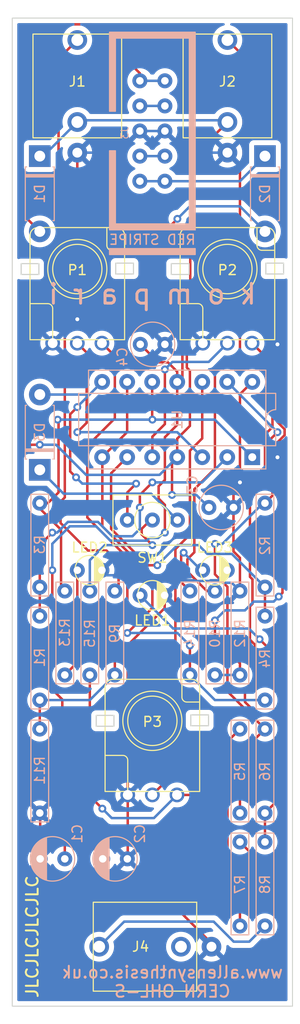
<source format=kicad_pcb>
(kicad_pcb (version 20211014) (generator pcbnew)
  (layers (0 "F.Cu" signal) (31 "B.Cu" signal) (34 "B.Paste" user) (35 "F.Paste" user) (36 "B.SilkS" user "B.Silkscreen") (37 "F.SilkS" user "F.Silkscreen") (38 "B.Mask" user) (39 "F.Mask" user) (44 "Edge.Cuts" user))
  (net 0 "")
  (net 1 "+12V")
  (net 2 "Earth")
  (net 3 "-12V")
  (net 4 "Net-(D1-Pad1)")
  (net 5 "Net-(D2-Pad2)")
  (net 6 "Net-(D3-Pad1)")
  (net 7 "Net-(D3-Pad2)")
  (net 8 "Net-(J1-Pad3)")
  (net 9 "Net-(J2-Pad3)")
  (net 10 "Net-(J3-Pad3)")
  (net 11 "Net-(J3-Pad7)")
  (net 13 "Net-(J4-Pad3)")
  (net 14 "Net-(P1-Pad2)")
  (net 15 "Net-(P2-Pad2)")
  (net 16 "Net-(P3-Pad2)")
  (net 17 "Net-(R1-Pad2)")
  (net 18 "Net-(R2-Pad2)")
  (net 19 "Net-(LED1-Pad1)")
  (net 20 "Net-(R13-Pad2)")
  (net 21 "Net-(R5-Pad2)")
  (net 22 "Net-(R6-Pad2)")
  (net 23 "Net-(R14-Pad2)")
  (net 24 "Net-(R15-Pad1)")
  (net 25 "Net-(LED2-Pad1)")
  (net 26 "Net-(LED3-Pad1)")
  (net 27 "Net-(P1-Pad3)")
  (net 28 "Net-(P2-Pad3)")
  (net 29 "Net-(P3-Pad3)")
  (footprint "Eurorack:Thonkiconn Mono Jack" (layer "F.Cu") (at 7.62 7.62 90)
    (fp_text reference "J1" (at 1.2 0 unlocked) (layer "F.SilkS"))
    (fp_text value "Thonkiconn_Mono_Jack")
    (pad "1" thru_hole circle (at -6 0 90) (size 2 2) (drill 1) (layers *.Cu *.Mask) (net 2 "Earth"))
    (pad "2" thru_hole circle (at -2.9 0 90) (size 2 2) (drill 1.2) (layers *.Cu *.Mask) (net 1 "+12V"))
    (pad "3" thru_hole circle (at 5.4 0 90) (size 2 2) (drill 1.2) (layers *.Cu *.Mask) (net 8 "Net-(J1-Pad3)"))
  )
  (footprint "Eurorack:Sub-Miniature Toggle Switch SPDT" (layer "F.Cu") (at 15.24 50.8)
    (fp_text reference "SW1" (at 0 3.81 unlocked) (layer "F.SilkS"))
    (fp_text value "SW_SPDT")
    (pad "1" thru_hole circle (at 2.54 0) (size 1.524 1.524) (drill 0.762) (layers *.Cu *.Mask) (net 7 "Net-(D3-Pad2)"))
    (pad "2" thru_hole circle (at 0 0) (size 1.524 1.524) (drill 0.762) (layers *.Cu *.Mask) (net 24 "Net-(R15-Pad1)"))
    (pad "3" thru_hole circle (at -2.54 0) (size 1.524 1.524) (drill 0.762) (layers *.Cu *.Mask) (net 6 "Net-(D3-Pad1)"))
  )
  (footprint "Eurorack:LED 3mm" (layer "F.Cu") (at 21.59 55.88)
    (fp_text reference "LED3" (at 0 -2.3 unlocked) (layer "F.SilkS"))
    (fp_text value "LED_Dual_Bidirectional")
    (pad "1" thru_hole circle (at -1.25 0) (size 1.524 1.524) (drill 0.762) (layers *.Cu *.Mask) (net 26 "Net-(LED3-Pad1)"))
    (pad "2" thru_hole circle (at 1.25 0) (size 1.524 1.524) (drill 0.762) (layers *.Cu *.Mask) (net 2 "Earth"))
  )
  (footprint "Eurorack:LED 3mm" (layer "F.Cu") (at 15.24 58.42)
    (fp_text reference "LED1" (at 0 2.54 unlocked) (layer "F.SilkS"))
    (fp_text value "LED_Dual_Bidirectional")
    (pad "1" thru_hole circle (at -1.25 0) (size 1.524 1.524) (drill 0.762) (layers *.Cu *.Mask) (net 19 "Net-(LED1-Pad1)"))
    (pad "2" thru_hole circle (at 1.25 0) (size 1.524 1.524) (drill 0.762) (layers *.Cu *.Mask) (net 2 "Earth"))
  )
  (footprint "Eurorack:Thonkiconn Mono Jack" (layer "F.Cu") (at 22.86 7.62 90)
    (fp_text reference "J2" (at 1.2 0 unlocked) (layer "F.SilkS"))
    (fp_text value "Thonkiconn_Mono_Jack")
    (pad "1" thru_hole circle (at -6 0 90) (size 2 2) (drill 1) (layers *.Cu *.Mask) (net 2 "Earth"))
    (pad "2" thru_hole circle (at -2.9 0 90) (size 2 2) (drill 1.2) (layers *.Cu *.Mask) (net 1 "+12V"))
    (pad "3" thru_hole circle (at 5.4 0 90) (size 2 2) (drill 1.2) (layers *.Cu *.Mask) (net 9 "Net-(J2-Pad3)"))
  )
  (footprint "Eurorack:Potentiometer 9mm Vertical Linear Centred" (layer "F.Cu") (at 22.86 25.4)
    (fp_text reference "P2" (at 0 0.1 unlocked) (layer "F.SilkS"))
    (fp_text value "100K")
    (fp_rect (start -5.7 0.55) (end -3.9 -0.55) (layer "Edge.Cuts") (width 0.12) (fill none))
    (fp_rect (start 3.9 0.5) (end 5.7 -0.6) (layer "Edge.Cuts") (width 0.12) (fill none))
    (pad "1" thru_hole circle (at -2.5 7.5) (size 1.5 1.5) (drill 1) (layers *.Cu *.Mask) (net 2 "Earth"))
    (pad "2" thru_hole circle (at 0 7.5) (size 1.5 1.5) (drill 1) (layers *.Cu *.Mask) (net 15 "Net-(P2-Pad2)"))
    (pad "3" thru_hole circle (at 2.5 7.5) (size 1.5 1.5) (drill 1) (layers *.Cu *.Mask) (net 28 "Net-(P2-Pad3)"))
  )
  (footprint "Eurorack:LED 3mm" (layer "F.Cu") (at 8.87 55.88)
    (fp_text reference "LED2" (at 0 -2.3 unlocked) (layer "F.SilkS"))
    (fp_text value "LED_Dual_Bidirectional")
    (pad "1" thru_hole circle (at -1.25 0) (size 1.524 1.524) (drill 0.762) (layers *.Cu *.Mask) (net 25 "Net-(LED2-Pad1)"))
    (pad "2" thru_hole circle (at 1.25 0) (size 1.524 1.524) (drill 0.762) (layers *.Cu *.Mask) (net 2 "Earth"))
  )
  (footprint "Eurorack:Thonkiconn Mono Jack" (layer "F.Cu") (at 15.24 93.98 180)
    (fp_text reference "J4" (at 1.2 0 unlocked) (layer "F.SilkS"))
    (fp_text value "Thonkiconn_Mono_Jack")
    (pad "1" thru_hole circle (at -6 0 180) (size 2 2) (drill 1) (layers *.Cu *.Mask) (net 2 "Earth"))
    (pad "2" thru_hole circle (at -2.9 0 180) (size 2 2) (drill 1.2) (layers *.Cu *.Mask))
    (pad "3" thru_hole circle (at 5.4 0 180) (size 2 2) (drill 1.2) (layers *.Cu *.Mask) (net 13 "Net-(J4-Pad3)"))
  )
  (footprint "Eurorack:Potentiometer 9mm Vertical Linear Centred" (layer "F.Cu") (at 7.62 25.4)
    (fp_text reference "P1" (at 0 0.1 unlocked) (layer "F.SilkS"))
    (fp_text value "100K")
    (fp_rect (start -5.7 0.55) (end -3.9 -0.55) (layer "Edge.Cuts") (width 0.12) (fill none))
    (fp_rect (start 3.9 0.5) (end 5.7 -0.6) (layer "Edge.Cuts") (width 0.12) (fill none))
    (pad "1" thru_hole circle (at -2.5 7.5) (size 1.5 1.5) (drill 1) (layers *.Cu *.Mask) (net 2 "Earth"))
    (pad "2" thru_hole circle (at 0 7.5) (size 1.5 1.5) (drill 1) (layers *.Cu *.Mask) (net 14 "Net-(P1-Pad2)"))
    (pad "3" thru_hole circle (at 2.5 7.5) (size 1.5 1.5) (drill 1) (layers *.Cu *.Mask) (net 27 "Net-(P1-Pad3)"))
  )
  (footprint "Eurorack:Potentiometer 9mm Vertical Linear Centred" (layer "F.Cu") (at 15.24 71.12)
    (fp_text reference "P3" (at 0 0.1 unlocked) (layer "F.SilkS"))
    (fp_text value "100K")
    (fp_rect (start -5.7 0.55) (end -3.9 -0.55) (layer "Edge.Cuts") (width 0.12) (fill none))
    (fp_rect (start 3.9 0.5) (end 5.7 -0.6) (layer "Edge.Cuts") (width 0.12) (fill none))
    (pad "1" thru_hole circle (at -2.5 7.5) (size 1.5 1.5) (drill 1) (layers *.Cu *.Mask) (net 2 "Earth"))
    (pad "2" thru_hole circle (at 0 7.5) (size 1.5 1.5) (drill 1) (layers *.Cu *.Mask) (net 16 "Net-(P3-Pad2)"))
    (pad "3" thru_hole circle (at 2.5 7.5) (size 1.5 1.5) (drill 1) (layers *.Cu *.Mask) (net 29 "Net-(P3-Pad3)"))
  )
  (footprint "Eurorack:Capacitor Small Polarised" (layer "B.Cu") (at 6.35 85.09 180)
    (fp_text reference "C1" (at -1.27 2.54 90 unlocked) (layer "B.SilkS") (effects (justify mirror)))
    (fp_text value "10u")
    (pad "1" thru_hole circle (at 0 0 180) (size 1.524 1.524) (drill 0.762) (layers *.Cu *.Mask) (net 1 "+12V"))
    (pad "2" thru_hole circle (at 2.5 0 180) (size 1.524 1.524) (drill 0.762) (layers *.Cu *.Mask) (net 2 "Earth"))
  )
  (footprint "Eurorack:Resistor 0.25W Through-Hole" (layer "B.Cu") (at 3.81 76.2 90)
    (fp_text reference "R11" (at 0.05 0 90 unlocked) (layer "B.SilkS") (effects (justify mirror)))
    (fp_text value "100K")
    (pad "1" thru_hole circle (at -4.25 0 90) (size 1.524 1.524) (drill 0.762) (layers *.Cu *.Mask) (net 2 "Earth"))
    (pad "2" thru_hole circle (at 4.25 0 90) (size 1.524 1.524) (drill 0.762) (layers *.Cu *.Mask) (net 27 "Net-(P1-Pad3)"))
  )
  (footprint "Eurorack:Resistor 0.25W Through-Hole" (layer "B.Cu") (at 21.59 62.23 -90)
    (fp_text reference "R10" (at 0.05 0 90 unlocked) (layer "B.SilkS") (effects (justify mirror)))
    (fp_text value "100K")
    (pad "1" thru_hole circle (at -4.25 0 270) (size 1.524 1.524) (drill 0.762) (layers *.Cu *.Mask) (net 9 "Net-(J2-Pad3)"))
    (pad "2" thru_hole circle (at 4.25 0 270) (size 1.524 1.524) (drill 0.762) (layers *.Cu *.Mask) (net 28 "Net-(P2-Pad3)"))
  )
  (footprint "Eurorack:Resistor 0.25W Through-Hole" (layer "B.Cu") (at 24.13 62.23 -90)
    (fp_text reference "R12" (at 0.05 0 90 unlocked) (layer "B.SilkS") (effects (justify mirror)))
    (fp_text value "100K")
    (pad "1" thru_hole circle (at -4.25 0 270) (size 1.524 1.524) (drill 0.762) (layers *.Cu *.Mask) (net 2 "Earth"))
    (pad "2" thru_hole circle (at 4.25 0 270) (size 1.524 1.524) (drill 0.762) (layers *.Cu *.Mask) (net 28 "Net-(P2-Pad3)"))
  )
  (footprint "Eurorack:Capacitor Small Non-Polarised" (layer "B.Cu") (at 16.51 33.02 180)
    (fp_text reference "C4" (at 4.318 -1.27 90 unlocked) (layer "B.SilkS") (effects (justify mirror)))
    (fp_text value "100n")
    (pad "1" thru_hole circle (at 0 0 180) (size 1.524 1.524) (drill 0.762) (layers *.Cu *.Mask) (net 2 "Earth"))
    (pad "2" thru_hole circle (at 2.5 0 180) (size 1.524 1.524) (drill 0.762) (layers *.Cu *.Mask) (net 3 "-12V"))
  )
  (footprint "Eurorack:Resistor 0.25W Through-Hole" (layer "B.Cu") (at 26.67 87.63 -90)
    (fp_text reference "R8" (at 0.05 0 90 unlocked) (layer "B.SilkS") (effects (justify mirror)))
    (fp_text value "1K")
    (pad "1" thru_hole circle (at -4.25 0 270) (size 1.524 1.524) (drill 0.762) (layers *.Cu *.Mask) (net 22 "Net-(R6-Pad2)"))
    (pad "2" thru_hole circle (at 4.25 0 270) (size 1.524 1.524) (drill 0.762) (layers *.Cu *.Mask) (net 13 "Net-(J4-Pad3)"))
  )
  (footprint "Eurorack:Capacitor Small Non-Polarised" (layer "B.Cu") (at 20.975 49.53)
    (fp_text reference "C3" (at -1.671 -2.286 90 unlocked) (layer "B.SilkS") (effects (justify mirror)))
    (fp_text value "100n")
    (pad "1" thru_hole circle (at 0 0) (size 1.524 1.524) (drill 0.762) (layers *.Cu *.Mask) (net 1 "+12V"))
    (pad "2" thru_hole circle (at 2.5 0) (size 1.524 1.524) (drill 0.762) (layers *.Cu *.Mask) (net 2 "Earth"))
  )
  (footprint "Eurorack:Resistor 0.25W Through-Hole" (layer "B.Cu") (at 26.67 76.2 -90)
    (fp_text reference "R6" (at 0.05 0 90 unlocked) (layer "B.SilkS") (effects (justify mirror)))
    (fp_text value "100K")
    (pad "1" thru_hole circle (at -4.25 0 270) (size 1.524 1.524) (drill 0.762) (layers *.Cu *.Mask) (net 21 "Net-(R5-Pad2)"))
    (pad "2" thru_hole circle (at 4.25 0 270) (size 1.524 1.524) (drill 0.762) (layers *.Cu *.Mask) (net 22 "Net-(R6-Pad2)"))
  )
  (footprint "Eurorack:Schottky Diode" (layer "B.Cu") (at 3.81 45.72 90)
    (fp_text reference "D3" (at 3.81 0 270) (layer "B.SilkS") (effects (justify mirror)))
    (fp_text value "DIODE")
    (pad "1" thru_hole oval (at 7.62 0 90) (size 2.2 2.2) (drill 1.1) (layers *.Cu *.Mask) (net 6 "Net-(D3-Pad1)"))
    (pad "2" thru_hole rect (at 0 0 90) (size 2.2 2.2) (drill 1.1) (layers *.Cu *.Mask) (net 7 "Net-(D3-Pad2)"))
  )
  (footprint "Eurorack:Resistor 0.25W Through-Hole" (layer "B.Cu") (at 3.81 53.34 90)
    (fp_text reference "R3" (at 0.05 0 90 unlocked) (layer "B.SilkS") (effects (justify mirror)))
    (fp_text value "100K")
    (pad "1" thru_hole circle (at -4.25 0 90) (size 1.524 1.524) (drill 0.762) (layers *.Cu *.Mask) (net 17 "Net-(R1-Pad2)"))
    (pad "2" thru_hole circle (at 4.25 0 90) (size 1.524 1.524) (drill 0.762) (layers *.Cu *.Mask) (net 20 "Net-(R13-Pad2)"))
  )
  (footprint "Eurorack:Resistor 0.25W Through-Hole" (layer "B.Cu") (at 26.67 64.77 -90)
    (fp_text reference "R4" (at 0.05 0 90 unlocked) (layer "B.SilkS") (effects (justify mirror)))
    (fp_text value "100K")
    (pad "1" thru_hole circle (at -4.25 0 270) (size 1.524 1.524) (drill 0.762) (layers *.Cu *.Mask) (net 18 "Net-(R2-Pad2)"))
    (pad "2" thru_hole circle (at 4.25 0 270) (size 1.524 1.524) (drill 0.762) (layers *.Cu *.Mask) (net 23 "Net-(R14-Pad2)"))
  )
  (footprint "Eurorack:Resistor 0.25W Through-Hole" (layer "B.Cu") (at 11.43 62.23 -90)
    (fp_text reference "R9" (at 0.05 0 90 unlocked) (layer "B.SilkS") (effects (justify mirror)))
    (fp_text value "100K")
    (pad "1" thru_hole circle (at -4.25 0 270) (size 1.524 1.524) (drill 0.762) (layers *.Cu *.Mask) (net 8 "Net-(J1-Pad3)"))
    (pad "2" thru_hole circle (at 4.25 0 270) (size 1.524 1.524) (drill 0.762) (layers *.Cu *.Mask) (net 27 "Net-(P1-Pad3)"))
  )
  (footprint "Eurorack:Resistor 0.25W Through-Hole" (layer "B.Cu") (at 24.13 76.2 -90)
    (fp_text reference "R5" (at 0.05 0 90 unlocked) (layer "B.SilkS") (effects (justify mirror)))
    (fp_text value "100K")
    (pad "1" thru_hole circle (at -4.25 0 270) (size 1.524 1.524) (drill 0.762) (layers *.Cu *.Mask) (net 29 "Net-(P3-Pad3)"))
    (pad "2" thru_hole circle (at 4.25 0 270) (size 1.524 1.524) (drill 0.762) (layers *.Cu *.Mask) (net 21 "Net-(R5-Pad2)"))
  )
  (footprint "Eurorack:Resistor 0.25W Through-Hole" (layer "B.Cu") (at 26.67 53.34 -90)
    (fp_text reference "R2" (at 0.05 0 90 unlocked) (layer "B.SilkS") (effects (justify mirror)))
    (fp_text value "100K")
    (pad "1" thru_hole circle (at -4.25 0 270) (size 1.524 1.524) (drill 0.762) (layers *.Cu *.Mask) (net 28 "Net-(P2-Pad3)"))
    (pad "2" thru_hole circle (at 4.25 0 270) (size 1.524 1.524) (drill 0.762) (layers *.Cu *.Mask) (net 18 "Net-(R2-Pad2)"))
  )
  (footprint "Eurorack:Resistor 0.25W Through-Hole" (layer "B.Cu") (at 19.05 62.23 -90)
    (fp_text reference "R14" (at 0.05 0 90 unlocked) (layer "B.SilkS") (effects (justify mirror)))
    (fp_text value "1K")
    (pad "1" thru_hole circle (at -4.25 0 270) (size 1.524 1.524) (drill 0.762) (layers *.Cu *.Mask) (net 26 "Net-(LED3-Pad1)"))
    (pad "2" thru_hole circle (at 4.25 0 270) (size 1.524 1.524) (drill 0.762) (layers *.Cu *.Mask) (net 23 "Net-(R14-Pad2)"))
  )
  (footprint "Eurorack:Eurorack Power Header" (layer "B.Cu") (at 15.24 11.43 -90)
    (fp_text reference "J3" (at 0.2 2.8 90 unlocked) (layer "B.SilkS") (effects (font (size 0.75 0.75) (thickness 0.1)) (justify mirror)))
    (fp_text value "Conn_02x05_Odd_Even")
    (fp_text user "RED STRIPE" (at 11 0 unlocked) (layer "B.SilkS") (effects (justify mirror)))
    (pad "1" thru_hole circle (at 5.08 1.27 270) (size 1.524 1.524) (drill 0.762) (layers *.Cu *.Mask) (net 5 "Net-(D2-Pad2)"))
    (pad "2" thru_hole circle (at 5.08 -1.27 270) (size 1.524 1.524) (drill 0.762) (layers *.Cu *.Mask) (net 5 "Net-(D2-Pad2)"))
    (pad "3" thru_hole circle (at 2.54 1.27 270) (size 1.524 1.524) (drill 0.762) (layers *.Cu *.Mask) (net 10 "Net-(J3-Pad3)"))
    (pad "4" thru_hole circle (at 2.54 -1.27 270) (size 1.524 1.524) (drill 0.762) (layers *.Cu *.Mask) (net 10 "Net-(J3-Pad3)"))
    (pad "5" thru_hole circle (at 0 1.27 270) (size 1.524 1.524) (drill 0.762) (layers *.Cu *.Mask) (net 2 "Earth"))
    (pad "6" thru_hole circle (at 0 -1.27 270) (size 1.524 1.524) (drill 0.762) (layers *.Cu *.Mask) (net 2 "Earth"))
    (pad "7" thru_hole circle (at -2.54 1.27 270) (size 1.524 1.524) (drill 0.762) (layers *.Cu *.Mask) (net 11 "Net-(J3-Pad7)"))
    (pad "8" thru_hole circle (at -2.54 -1.27 270) (size 1.524 1.524) (drill 0.762) (layers *.Cu *.Mask) (net 11 "Net-(J3-Pad7)"))
    (pad "9" thru_hole circle (at -5.08 1.27 270) (size 1.524 1.524) (drill 0.762) (layers *.Cu *.Mask) (net 4 "Net-(D1-Pad1)"))
    (pad "10" thru_hole circle (at -5.08 -1.27 270) (size 1.524 1.524) (drill 0.762) (layers *.Cu *.Mask) (net 4 "Net-(D1-Pad1)"))
  )
  (footprint "Eurorack:Resistor 0.25W Through-Hole" (layer "B.Cu") (at 3.81 64.77 90)
    (fp_text reference "R1" (at 0.05 0 90 unlocked) (layer "B.SilkS") (effects (justify mirror)))
    (fp_text value "100K")
    (pad "1" thru_hole circle (at -4.25 0 90) (size 1.524 1.524) (drill 0.762) (layers *.Cu *.Mask) (net 27 "Net-(P1-Pad3)"))
    (pad "2" thru_hole circle (at 4.25 0 90) (size 1.524 1.524) (drill 0.762) (layers *.Cu *.Mask) (net 17 "Net-(R1-Pad2)"))
  )
  (footprint "Eurorack:Schottky Diode" (layer "B.Cu") (at 3.81 13.97 -90)
    (fp_text reference "D1" (at 3.81 0 90) (layer "B.SilkS") (effects (justify mirror)))
    (fp_text value "DIODE")
    (pad "1" thru_hole oval (at 7.62 0 270) (size 2.2 2.2) (drill 1.1) (layers *.Cu *.Mask) (net 4 "Net-(D1-Pad1)"))
    (pad "2" thru_hole rect (at 0 0 270) (size 2.2 2.2) (drill 1.1) (layers *.Cu *.Mask) (net 1 "+12V"))
  )
  (footprint "Eurorack:Capacitor Small Polarised" (layer "B.Cu") (at 12.7 85.09 180)
    (fp_text reference "C2" (at -1.27 2.54 90 unlocked) (layer "B.SilkS") (effects (justify mirror)))
    (fp_text value "10u")
    (pad "1" thru_hole circle (at 0 0 180) (size 1.524 1.524) (drill 0.762) (layers *.Cu *.Mask) (net 2 "Earth"))
    (pad "2" thru_hole circle (at 2.5 0 180) (size 1.524 1.524) (drill 0.762) (layers *.Cu *.Mask) (net 3 "-12V"))
  )
  (footprint "Eurorack:Resistor 0.25W Through-Hole" (layer "B.Cu") (at 8.89 62.23 -90)
    (fp_text reference "R15" (at 0.05 0 90 unlocked) (layer "B.SilkS") (effects (justify mirror)))
    (fp_text value "1K")
    (pad "1" thru_hole circle (at -4.25 0 270) (size 1.524 1.524) (drill 0.762) (layers *.Cu *.Mask) (net 24 "Net-(R15-Pad1)"))
    (pad "2" thru_hole circle (at 4.25 0 270) (size 1.524 1.524) (drill 0.762) (layers *.Cu *.Mask) (net 29 "Net-(P3-Pad3)"))
  )
  (footprint "Eurorack:DIP-14 IC Socket" (layer "B.Cu") (at 17.78 40.64 90)
    (fp_text reference "U1" (at 0 0 270) (layer "B.SilkS") (effects (justify mirror)))
    (fp_text value "TL074")
    (pad "1" thru_hole rect (at -3.8 7.6 90) (size 1.6 1.6) (drill 0.8) (layers *.Cu *.Mask) (net 20 "Net-(R13-Pad2)"))
    (pad "2" thru_hole oval (at -3.8 5.06 90) (size 1.6 1.6) (drill 0.8) (layers *.Cu *.Mask) (net 17 "Net-(R1-Pad2)"))
    (pad "3" thru_hole oval (at -3.8 2.52 90) (size 1.6 1.6) (drill 0.8) (layers *.Cu *.Mask) (net 14 "Net-(P1-Pad2)"))
    (pad "4" thru_hole oval (at -3.8 -0.02 90) (size 1.6 1.6) (drill 0.8) (layers *.Cu *.Mask) (net 1 "+12V"))
    (pad "5" thru_hole oval (at -3.8 -2.56 90) (size 1.6 1.6) (drill 0.8) (layers *.Cu *.Mask) (net 15 "Net-(P2-Pad2)"))
    (pad "6" thru_hole oval (at -3.8 -5.1 90) (size 1.6 1.6) (drill 0.8) (layers *.Cu *.Mask) (net 18 "Net-(R2-Pad2)"))
    (pad "7" thru_hole oval (at -3.8 -7.64 90) (size 1.6 1.6) (drill 0.8) (layers *.Cu *.Mask) (net 23 "Net-(R14-Pad2)"))
    (pad "8" thru_hole oval (at 3.82 -7.64 90) (size 1.6 1.6) (drill 0.8) (layers *.Cu *.Mask) (net 6 "Net-(D3-Pad1)"))
    (pad "9" thru_hole oval (at 3.82 -5.1 90) (size 1.6 1.6) (drill 0.8) (layers *.Cu *.Mask) (net 23 "Net-(R14-Pad2)"))
    (pad "10" thru_hole oval (at 3.82 -2.56 90) (size 1.6 1.6) (drill 0.8) (layers *.Cu *.Mask) (net 20 "Net-(R13-Pad2)"))
    (pad "11" thru_hole oval (at 3.82 -0.02 90) (size 1.6 1.6) (drill 0.8) (layers *.Cu *.Mask) (net 3 "-12V"))
    (pad "12" thru_hole oval (at 3.82 2.52 90) (size 1.6 1.6) (drill 0.8) (layers *.Cu *.Mask) (net 16 "Net-(P3-Pad2)"))
    (pad "13" thru_hole oval (at 3.82 5.06 90) (size 1.6 1.6) (drill 0.8) (layers *.Cu *.Mask) (net 21 "Net-(R5-Pad2)"))
    (pad "14" thru_hole oval (at 3.82 7.6 90) (size 1.6 1.6) (drill 0.8) (layers *.Cu *.Mask) (net 22 "Net-(R6-Pad2)"))
  )
  (footprint "Eurorack:Schottky Diode" (layer "B.Cu") (at 26.67 13.97 -90)
    (fp_text reference "D2" (at 3.81 0 90) (layer "B.SilkS") (effects (justify mirror)))
    (fp_text value "DIODE")
    (pad "1" thru_hole oval (at 7.62 0 270) (size 2.2 2.2) (drill 1.1) (layers *.Cu *.Mask) (net 3 "-12V"))
    (pad "2" thru_hole rect (at 0 0 270) (size 2.2 2.2) (drill 1.1) (layers *.Cu *.Mask) (net 5 "Net-(D2-Pad2)"))
  )
  (footprint "Eurorack:Resistor 0.25W Through-Hole" (layer "B.Cu") (at 6.35 62.23 90)
    (fp_text reference "R13" (at 0.05 0 90 unlocked) (layer "B.SilkS") (effects (justify mirror)))
    (fp_text value "1K")
    (pad "1" thru_hole circle (at -4.25 0 90) (size 1.524 1.524) (drill 0.762) (layers *.Cu *.Mask) (net 25 "Net-(LED2-Pad1)"))
    (pad "2" thru_hole circle (at 4.25 0 90) (size 1.524 1.524) (drill 0.762) (layers *.Cu *.Mask) (net 20 "Net-(R13-Pad2)"))
  )
  (footprint "Eurorack:Resistor 0.25W Through-Hole" (layer "B.Cu") (at 24.13 87.63 -90)
    (fp_text reference "R7" (at 0.05 0 90 unlocked) (layer "B.SilkS") (effects (justify mirror)))
    (fp_text value "4K7")
    (pad "1" thru_hole circle (at -4.25 0 270) (size 1.524 1.524) (drill 0.762) (layers *.Cu *.Mask) (net 19 "Net-(LED1-Pad1)"))
    (pad "2" thru_hole circle (at 4.25 0 270) (size 1.524 1.524) (drill 0.762) (layers *.Cu *.Mask) (net 29 "Net-(P3-Pad3)"))
  )
  (gr_rect (start 1.016 0) (end 29.464 100) (layer "Edge.Cuts") (width 0.1) (fill none))
  (gr_text "k o m p a r i" (at 15.24 27.94) (layer "B.SilkS") (effects (font (size 2 2) (thickness 0.3)) (justify mirror)))
  (gr_text "www.allensynthesis.co.uk\nCERN OHL-S" (at 17.272 97.536) (layer "B.SilkS") (effects (font (size 1.2 1.2) (thickness 0.2)) (justify mirror)))
  (gr_text "JLCJLCJLCJLC" (at 3.048 92.964 90) (layer "F.SilkS") (effects (font (size 1.2 1.2) (thickness 0.2))))
  (segment (start 19.05 41.275) (end 17.76 42.565) (width 0.25) (layer "F.Cu") (net 1))
  (segment (start 22.86 10.541) (end 19.085 14.316) (width 0.25) (layer "F.Cu") (net 1))
  (segment (start 17.76 42.565) (end 17.76 44.44) (width 0.25) (layer "F.Cu") (net 1))
  (segment (start 18.738 29.531604) (end 18.738 35.375) (width 0.25) (layer "F.Cu") (net 1))
  (segment (start 6.35 79.884396) (end 1.778 75.312396) (width 0.25) (layer "F.Cu") (net 1))
  (segment (start 1.778 44.323) (end 2.921 43.18) (width 0.25) (layer "F.Cu") (net 1))
  (segment (start 19.085 29.184604) (end 18.738 29.531604) (width 0.25) (layer "F.Cu") (net 1))
  (segment (start 17.2345 48.26) (end 17.2345 44.9655) (width 0.25) (layer "F.Cu") (net 1))
  (segment (start 22.86 10.52) (end 22.86 10.541) (width 0.25) (layer "F.Cu") (net 1))
  (segment (start 2.921 43.18) (end 3.81 43.18) (width 0.25) (layer "F.Cu") (net 1))
  (segment (start 18.738 35.375) (end 19.05 35.687) (width 0.25) (layer "F.Cu") (net 1))
  (segment (start 19.085 14.316) (end 19.085 29.184604) (width 0.25) (layer "F.Cu") (net 1))
  (segment (start 17.2345 44.9655) (end 17.76 44.44) (width 0.25) (layer "F.Cu") (net 1))
  (segment (start 19.05 35.687) (end 19.05 41.275) (width 0.25) (layer "F.Cu") (net 1))
  (segment (start 6.35 85.09) (end 6.35 79.884396) (width 0.25) (layer "F.Cu") (net 1))
  (segment (start 1.778 75.312396) (end 1.778 44.323) (width 0.25) (layer "F.Cu") (net 1))
  (via (at 3.81 43.18) (size 0.8) (drill 0.4) (layers "F.Cu" "B.Cu") (net 1))
  (via (at 17.2345 48.26) (size 0.8) (drill 0.4) (layers "F.Cu" "B.Cu") (net 1))
  (segment (start 7.796511 10.343489) (end 7.62 10.52) (width 0.25) (layer "B.Cu") (net 1))
  (segment (start 22.86 10.52) (end 22.683489 10.343489) (width 0.25) (layer "B.Cu") (net 1))
  (segment (start 4.17 13.97) (end 7.62 10.52) (width 0.25) (layer "B.Cu") (net 1))
  (segment (start 20.975 49.53) (end 19.705 48.26) (width 0.25) (layer "B.Cu") (net 1))
  (segment (start 8.509 46.228) (end 15.972 46.228) (width 0.25) (layer "B.Cu") (net 1))
  (segment (start 22.683489 10.343489) (end 7.796511 10.343489) (width 0.25) (layer "B.Cu") (net 1))
  (segment (start 3.81 13.97) (end 4.17 13.97) (width 0.25) (layer "B.Cu") (net 1))
  (segment (start 3.81 43.18) (end 5.461 43.18) (width 0.25) (layer "B.Cu") (net 1))
  (segment (start 19.705 48.26) (end 17.2345 48.26) (width 0.25) (layer "B.Cu") (net 1))
  (segment (start 5.461 43.18) (end 8.509 46.228) (width 0.25) (layer "B.Cu") (net 1))
  (segment (start 15.972 46.228) (end 17.76 44.44) (width 0.25) (layer "B.Cu") (net 1))
  (segment (start 27.94 44.45) (end 27.94 42.934614) (width 0.25) (layer "F.Cu") (net 2))
  (segment (start 21.24 93.98) (end 21.24 93.63) (width 0.25) (layer "F.Cu") (net 2))
  (segment (start 16.49 59.71) (end 16.49 58.42) (width 0.25) (layer "F.Cu") (net 2))
  (segment (start 27.94 40.885386) (end 27.94 33.02) (width 0.25) (layer "F.Cu") (net 2))
  (segment (start 24.13 54.63) (end 24.13 57.98) (width 0.25) (layer "F.Cu") (net 2))
  (segment (start 12.74 63.46) (end 16.49 59.71) (width 0.25) (layer "F.Cu") (net 2))
  (segment (start 28.664511 42.210103) (end 28.664511 41.609897) (width 0.25) (layer "F.Cu") (net 2))
  (segment (start 23.475 49.53) (end 23.475 47.645) (width 0.25) (layer "F.Cu") (net 2))
  (segment (start 12.74 85.05) (end 12.74 63.46) (width 0.25) (layer "F.Cu") (net 2))
  (segment (start 27.94 42.934614) (end 28.664511 42.210103) (width 0.25) (layer "F.Cu") (net 2))
  (segment (start 21.24 93.63) (end 12.7 85.09) (width 0.25) (layer "F.Cu") (net 2))
  (segment (start 3.85 80.49) (end 3.81 80.45) (width 0.25) (layer "F.Cu") (net 2))
  (segment (start 23.475 47.645) (end 24.13 46.99) (width 0.25) (layer "F.Cu") (net 2))
  (segment (start 23.475 49.53) (end 23.475 53.975) (width 0.25) (layer "F.Cu") (net 2))
  (segment (start 3.85 85.09) (end 3.85 80.49) (width 0.25) (layer "F.Cu") (net 2))
  (segment (start 28.664511 41.609897) (end 27.94 40.885386) (width 0.25) (layer "F.Cu") (net 2))
  (segment (start 7.62 30.48) (end 7.62 13.62) (width 0.25) (layer "F.Cu") (net 2))
  (segment (start 23.475 53.975) (end 24.13 54.63) (width 0.25) (layer "F.Cu") (net 2))
  (segment (start 12.7 85.09) (end 12.74 85.05) (width 0.25) (layer "F.Cu") (net 2))
  (via (at 7.62 30.48) (size 0.8) (drill 0.4) (layers "F.Cu" "B.Cu") (net 2))
  (via (at 24.13 46.99) (size 0.8) (drill 0.4) (layers "F.Cu" "B.Cu") (net 2))
  (via (at 27.94 33.02) (size 0.8) (drill 0.4) (layers "F.Cu" "B.Cu") (net 2))
  (via (at 27.94 44.45) (size 0.8) (drill 0.4) (layers "F.Cu" "B.Cu") (net 2))
  (segment (start 5.755 86.995) (end 10.795 86.995) (width 0.25) (layer "B.Cu") (net 2))
  (segment (start 26.289 31.369) (end 21.891 31.369) (width 0.25) (layer "B.Cu") (net 2))
  (segment (start 19.573071 56.966511) (end 21.066929 56.966511) (width 0.25) (layer "B.Cu") (net 2))
  (segment (start 14.857625 31.367625) (end 18.827625 31.367625) (width 0.25) (layer "B.Cu") (net 2))
  (segment (start 21.139951 56.893489) (end 22.040049 56.893489) (width 0.25) (layer "B.Cu") (net 2))
  (segment (start 11.78 13.62) (end 13.97 11.43) (width 0.25) (layer "B.Cu") (net 2))
  (segment (start 22.29656 57.15) (end 23.3 57.15) (width 0.25) (layer "B.Cu") (net 2))
  (segment (start 25.079022 46.99) (end 27.619022 44.45) (width 0.25) (layer "B.Cu") (net 2))
  (segment (start 10.795 86.995) (end 12.7 85.09) (width 0.25) (layer "B.Cu") (net 2))
  (segment (start 23.3 57.15) (end 24.13 57.98) (width 0.25) (layer "B.Cu") (net 2))
  (segment (start 18.036511 56.893489) (end 18.793489 56.893489) (width 0.25) (layer "B.Cu") (net 2))
  (segment (start 22.84 55.88) (end 22.040049 56.679951) (width 0.25) (layer "B.Cu") (net 2))
  (segment (start 19.500049 56.893489) (end 19.573071 56.966511) (width 0.25) (layer "B.Cu") (net 2))
  (segment (start 17.018001 56.388001) (end 17.78 57.15) (width 0.25) (layer "B.Cu") (net 2))
  (segment (start 3.85 85.09) (end 5.755 86.995) (width 0.25) (layer "B.Cu") (net 2))
  (segment (start 8.507625 31.367625) (end 14.857625 31.367625) (width 0.25) (layer "B.Cu") (net 2))
  (segment (start 22.040049 56.893489) (end 22.29656 57.15) (width 0.25) (layer "B.Cu") (net 2))
  (segment (start 22.040049 56.679951) (end 22.040049 56.893489) (width 0.25) (layer "B.Cu") (net 2))
  (segment (start 10.628001 56.388001) (end 17.018001 56.388001) (width 0.25) (layer "B.Cu") (net 2))
  (segment (start 13.97 11.43) (end 16.51 11.43) (width 0.25) (layer "B.Cu") (net 2))
  (segment (start 16.49 58.42) (end 18.016511 56.893489) (width 0.25) (layer "B.Cu") (net 2))
  (segment (start 7.62 30.48) (end 8.507625 31.367625) (width 0.25) (layer "B.Cu") (net 2))
  (segment (start 24.13 46.99) (end 25.079022 46.99) (width 0.25) (layer "B.Cu") (net 2))
  (segment (start 21.066929 56.966511) (end 21.139951 56.893489) (width 0.25) (layer "B.Cu") (net 2))
  (segment (start 7.54 30.48) (end 5.12 32.9) (width 0.25) (layer "B.Cu") (net 2))
  (segment (start 18.016511 56.893489) (end 18.793489 56.893489) (width 0.25) (layer "B.Cu") (net 2))
  (segment (start 18.793489 56.893489) (end 19.500049 56.893489) (width 0.25) (layer "B.Cu") (net 2))
  (segment (start 16.51 33.02) (end 14.857625 31.367625) (width 0.25) (layer "B.Cu") (net 2))
  (segment (start 21.891 31.369) (end 20.36 32.9) (width 0.25) (layer "B.Cu") (net 2))
  (segment (start 10.12 55.88) (end 10.628001 56.388001) (width 0.25) (layer "B.Cu") (net 2))
  (segment (start 18.7 13.62) (end 16.51 11.43) (width 0.25) (layer "B.Cu") (net 2))
  (segment (start 27.619022 44.45) (end 27.94 44.45) (width 0.25) (layer "B.Cu") (net 2))
  (segment (start 7.62 13.62) (end 11.78 13.62) (width 0.25) (layer "B.Cu") (net 2))
  (segment (start 27.94 33.02) (end 26.289 31.369) (width 0.25) (layer "B.Cu") (net 2))
  (segment (start 7.62 30.48) (end 7.54 30.48) (width 0.25) (layer "B.Cu") (net 2))
  (segment (start 18.827625 31.367625) (end 20.36 32.9) (width 0.25) (layer "B.Cu") (net 2))
  (segment (start 22.86 13.62) (end 18.7 13.62) (width 0.25) (layer "B.Cu") (net 2))
  (segment (start 17.78 57.15) (end 18.036511 56.893489) (width 0.25) (layer "B.Cu") (net 2))
  (segment (start 16.51 42.418) (end 17.76 41.168) (width 0.25) (layer "F.Cu") (net 3))
  (segment (start 15.875 48.62844) (end 15.875 47.379614) (width 0.25) (layer "F.Cu") (net 3))
  (segment (start 5.08 58.928) (end 5.842 59.69) (width 0.25) (layer "F.Cu") (net 3))
  (segment (start 6.096 68.961) (end 6.096 78.994) (width 0.25) (layer "F.Cu") (net 3))
  (segment (start 5.842 59.69) (end 5.842 61.087) (width 0.25) (layer "F.Cu") (net 3))
  (segment (start 16.51 21.59) (end 17.78 20.32) (width 0.25) (layer "F.Cu") (net 3))
  (segment (start 16.51 27.94) (end 16.51 21.59) (width 0.25) (layer "F.Cu") (net 3))
  (segment (start 18.288 29.718) (end 16.51 27.94) (width 0.25) (layer "F.Cu") (net 3))
  (segment (start 16.51 49.26344) (end 15.875 48.62844) (width 0.25) (layer "F.Cu") (net 3))
  (segment (start 16.51 46.744614) (end 16.51 42.418) (width 0.25) (layer "F.Cu") (net 3))
  (segment (start 5.842 61.087) (end 4.191 62.738) (width 0.25) (layer "F.Cu") (net 3))
  (segment (start 18.288 36.292) (end 18.288 29.718) (width 0.25) (layer "F.Cu") (net 3))
  (segment (start 16.810794 34.835489) (end 17.76 35.784695) (width 0.25) (layer "F.Cu") (net 3))
  (segment (start 15.875 47.379614) (end 16.51 46.744614) (width 0.25) (layer "F.Cu") (net 3))
  (segment (start 14.01 33.02) (end 15.825489 34.835489) (width 0.25) (layer "F.Cu") (net 3))
  (segment (start 4.191 62.738) (end 4.191 67.056) (width 0.25) (layer "F.Cu") (net 3))
  (segment (start 4.191 67.056) (end 6.096 68.961) (width 0.25) (layer "F.Cu") (net 3))
  (segment (start 17.76 41.168) (end 17.76 36.82) (width 0.25) (layer "F.Cu") (net 3))
  (segment (start 17.76 36.82) (end 18.288 36.292) (width 0.25) (layer "F.Cu") (net 3))
  (segment (start 17.76 35.784695) (end 17.76 36.82) (width 0.25) (layer "F.Cu") (net 3))
  (segment (start 10.2 83.098) (end 10.2 85.09) (width 0.25) (layer "F.Cu") (net 3))
  (segment (start 5.08 55.88) (end 5.08 58.928) (width 0.25) (layer "F.Cu") (net 3))
  (segment (start 16.51 52.07) (end 16.51 49.26344) (width 0.25) (layer "F.Cu") (net 3))
  (segment (start 6.096 78.994) (end 10.2 83.098) (width 0.25) (layer "F.Cu") (net 3))
  (segment (start 15.825489 34.835489) (end 16.810794 34.835489) (width 0.25) (layer "F.Cu") (net 3))
  (via (at 5.08 55.88) (size 0.8) (drill 0.4) (layers "F.Cu" "B.Cu") (net 3))
  (via (at 17.78 20.32) (size 0.8) (drill 0.4) (layers "F.Cu" "B.Cu") (net 3))
  (via (at 16.51 52.07) (size 0.8) (drill 0.4) (layers "F.Cu" "B.Cu") (net 3))
  (segment (start 14.939695 52.615) (end 14.664215 52.89048) (width 0.25) (layer "B.Cu") (net 3))
  (segment (start 19.05 19.05) (end 24.13 19.05) (width 0.25) (layer "B.Cu") (net 3))
  (segment (start 16.383 52.07) (end 15.838 52.615) (width 0.25) (layer "B.Cu") (net 3))
  (segment (start 17.78 20.32) (end 19.05 19.05) (width 0.25) (layer "B.Cu") (net 3))
  (segment (start 14.664215 52.89048) (end 10.98048 52.89048) (width 0.25) (layer "B.Cu") (net 3))
  (segment (start 6.85172 51.435) (end 5.08 53.20672) (width 0.25) (layer "B.Cu") (net 3))
  (segment (start 24.13 19.05) (end 26.67 21.59) (width 0.25) (layer "B.Cu") (net 3))
  (segment (start 5.08 53.20672) (end 5.08 55.88) (width 0.25) (layer "B.Cu") (net 3))
  (segment (start 16.51 52.07) (end 16.383 52.07) (width 0.25) (layer "B.Cu") (net 3))
  (segment (start 15.838 52.615) (end 14.939695 52.615) (width 0.25) (layer "B.Cu") (net 3))
  (segment (start 10.98048 52.89048) (end 9.525 51.435) (width 0.25) (layer "B.Cu") (net 3))
  (segment (start 9.525 51.435) (end 6.85172 51.435) (width 0.25) (layer "B.Cu") (net 3))
  (segment (start 9.017 0.635) (end 13.97 5.588) (width 0.25) (layer "F.Cu") (net 4))
  (segment (start 13.97 5.588) (end 13.97 6.35) (width 0.25) (layer "F.Cu") (net 4))
  (segment (start 1.778 19.558) (end 1.778 5.334) (width 0.25) (layer "F.Cu") (net 4))
  (segment (start 3.81 21.59) (end 1.778 19.558) (width 0.25) (layer "F.Cu") (net 4))
  (segment (start 6.477 0.635) (end 9.017 0.635) (width 0.25) (layer "F.Cu") (net 4))
  (segment (start 1.778 5.334) (end 6.477 0.635) (width 0.25) (layer "F.Cu") (net 4))
  (segment (start 13.97 6.35) (end 16.51 6.35) (width 0.25) (layer "B.Cu") (net 4))
  (segment (start 24.13 16.51) (end 26.67 13.97) (width 0.25) (layer "B.Cu") (net 5))
  (segment (start 16.51 16.51) (end 24.13 16.51) (width 0.25) (layer "B.Cu") (net 5))
  (segment (start 13.97 16.51) (end 16.51 16.51) (width 0.25) (layer "B.Cu") (net 5))
  (segment (start 12.7 50.8) (end 12.7 48.006) (width 0.25) (layer "F.Cu") (net 6))
  (segment (start 6.895489 40.094511) (end 7.62 39.37) (width 0.25) (layer "F.Cu") (net 6))
  (segment (start 12.7 48.006) (end 13.589 47.117) (width 0.25) (layer "F.Cu") (net 6))
  (segment (start 6.895489 45.884489) (end 6.895489 40.094511) (width 0.25) (layer "F.Cu") (net 6))
  (segment (start 7.493 46.482) (end 6.895489 45.884489) (width 0.25) (layer "F.Cu") (net 6))
  (via (at 7.493 46.482) (size 0.8) (drill 0.4) (layers "F.Cu" "B.Cu") (net 6))
  (via (at 13.589 47.117) (size 0.8) (drill 0.4) (layers "F.Cu" "B.Cu") (net 6))
  (via (at 7.62 39.37) (size 0.8) (drill 0.4) (layers "F.Cu" "B.Cu") (net 6))
  (segment (start 8.128 47.117) (end 13.589 47.117) (width 0.25) (layer "B.Cu") (net 6))
  (segment (start 7.493 46.482) (end 8.128 47.117) (width 0.25) (layer "B.Cu") (net 6))
  (segment (start 3.81 38.1) (end 8.86 38.1) (width 0.25) (layer "B.Cu") (net 6))
  (segment (start 7.62 39.37) (end 7.62 39.34) (width 0.25) (layer "B.Cu") (net 6))
  (segment (start 7.62 39.34) (end 8.86 38.1) (width 0.25) (layer "B.Cu") (net 6))
  (segment (start 8.86 38.1) (end 10.14 36.82) (width 0.25) (layer "B.Cu") (net 6))
  (segment (start 6.223 48.133) (end 3.81 45.72) (width 0.25) (layer "B.Cu") (net 7))
  (segment (start 15.113 48.133) (end 6.223 48.133) (width 0.25) (layer "B.Cu") (net 7))
  (segment (start 17.78 50.8) (end 15.113 48.133) (width 0.25) (layer "B.Cu") (net 7))
  (segment (start 11.811 55.118) (end 11.811 57.599) (width 0.25) (layer "F.Cu") (net 8))
  (segment (start 8.706511 53.888293) (end 10.581293 53.888293) (width 0.25) (layer "F.Cu") (net 8))
  (segment (start 6.35 48.514) (end 5.918489 48.945511) (width 0.25) (layer "F.Cu") (net 8))
  (segment (start 5.715 4.125) (end 5.715 31.369) (width 0.25) (layer "F.Cu") (net 8))
  (segment (start 10.581293 53.888293) (end 11.811 55.118) (width 0.25) (layer "F.Cu") (net 8))
  (segment (start 5.715 31.369) (end 6.35 32.004) (width 0.25) (layer "F.Cu") (net 8))
  (segment (start 5.918489 48.945511) (end 5.918489 51.100271) (width 0.25) (layer "F.Cu") (net 8))
  (segment (start 7.62 2.22) (end 5.715 4.125) (width 0.25) (layer "F.Cu") (net 8))
  (segment (start 11.811 57.599) (end 11.43 57.98) (width 0.25) (layer "F.Cu") (net 8))
  (segment (start 5.918489 51.100271) (end 8.706511 53.888293) (width 0.25) (layer "F.Cu") (net 8))
  (segment (start 6.35 32.004) (end 6.35 48.514) (width 0.25) (layer "F.Cu") (net 8))
  (segment (start 19.49952 54.063877) (end 18.796 54.767397) (width 0.25) (layer "F.Cu") (net 9))
  (segment (start 22.86 2.22) (end 24.485 3.845) (width 0.25) (layer "F.Cu") (net 9))
  (segment (start 22.352 35.052) (end 21.59 35.814) (width 0.25) (layer "F.Cu") (net 9))
  (segment (start 19.49952 47.68348) (end 19.49952 54.063877) (width 0.25) (layer "F.Cu") (net 9))
  (segment (start 18.796 56.007) (end 20.769 57.98) (width 0.25) (layer "F.Cu") (net 9))
  (segment (start 23.495 35.052) (end 22.352 35.052) (width 0.25) (layer "F.Cu") (net 9))
  (segment (start 24.485 3.845) (end 24.485 14.885) (width 0.25) (layer "F.Cu") (net 9))
  (segment (start 18.796 54.767397) (end 18.796 56.007) (width 0.25) (layer "F.Cu") (net 9))
  (segment (start 21.59 35.814) (end 21.59 45.593) (width 0.25) (layer "F.Cu") (net 9))
  (segment (start 21.59 45.593) (end 19.49952 47.68348) (width 0.25) (layer "F.Cu") (net 9))
  (segment (start 20.769 57.98) (end 21.59 57.98) (width 0.25) (layer "F.Cu") (net 9))
  (segment (start 24.485 14.885) (end 24.13 15.24) (width 0.25) (layer "F.Cu") (net 9))
  (segment (start 24.13 34.417) (end 23.495 35.052) (width 0.25) (layer "F.Cu") (net 9))
  (segment (start 24.13 15.24) (end 24.13 34.417) (width 0.25) (layer "F.Cu") (net 9))
  (segment (start 16.51 13.97) (end 13.97 13.97) (width 0.25) (layer "B.Cu") (net 10))
  (segment (start 16.51 8.89) (end 13.97 8.89) (width 0.25) (layer "B.Cu") (net 11))
  (segment (start 9.84 93.98) (end 12.38 91.44) (width 0.25) (layer "B.Cu") (net 13))
  (segment (start 25.078 93.472) (end 26.67 91.88) (width 0.25) (layer "B.Cu") (net 13))
  (segment (start 21.463 91.44) (end 23.495 93.472) (width 0.25) (layer "B.Cu") (net 13))
  (segment (start 23.495 93.472) (end 25.078 93.472) (width 0.25) (layer "B.Cu") (net 13))
  (segment (start 12.38 91.44) (end 21.463 91.44) (width 0.25) (layer "B.Cu") (net 13))
  (segment (start 7.62 41.91) (end 8.565969 40.964031) (width 0.25) (layer "F.Cu") (net 14))
  (segment (start 8.565969 40.964031) (end 8.565969 33.845969) (width 0.25) (layer "F.Cu") (net 14))
  (segment (start 8.565969 33.845969) (end 7.62 32.9) (width 0.25) (layer "F.Cu") (net 14))
  (via (at 7.62 41.91) (size 0.8) (drill 0.4) (layers "F.Cu" "B.Cu") (net 14))
  (segment (start 7.62 41.91) (end 17.77 41.91) (width 0.25) (layer "B.Cu") (net 14))
  (segment (start 17.77 41.91) (end 20.3 44.44) (width 0.25) (layer "B.Cu") (net 14))
  (segment (start 15.22 44.44) (end 15.24 44.42) (width 0.25) (layer "F.Cu") (net 15))
  (segment (start 15.24 42.359152) (end 16.51 41.089152) (width 0.25) (layer "F.Cu") (net 15))
  (segment (start 15.24 44.42) (end 15.24 42.359152) (width 0.25) (layer "F.Cu") (net 15))
  (segment (start 16.51 41.089152) (end 16.51 35.56) (width 0.25) (layer "F.Cu") (net 15))
  (via (at 16.51 35.56) (size 0.8) (drill 0.4) (layers "F.Cu" "B.Cu") (net 15))
  (segment (start 17.272 34.798) (end 20.962 34.798) (width 0.25) (layer "B.Cu") (net 15))
  (segment (start 20.962 34.798) (end 22.86 32.9) (width 0.25) (layer "B.Cu") (net 15))
  (segment (start 16.51 35.56) (end 17.272 34.798) (width 0.25) (layer "B.Cu") (net 15))
  (segment (start 17.576511 76.276489) (end 17.576511 53.746978) (width 0.25) (layer "F.Cu") (net 16))
  (segment (start 17.576511 53.746978) (end 19.05 52.273489) (width 0.25) (layer "F.Cu") (net 16))
  (segment (start 19.05 43.785718) (end 20.3 42.535718) (width 0.25) (layer "F.Cu") (net 16))
  (segment (start 20.3 42.535718) (end 20.3 36.82) (width 0.25) (layer "F.Cu") (net 16))
  (segment (start 19.05 52.273489) (end 19.05 43.785718) (width 0.25) (layer "F.Cu") (net 16))
  (segment (start 15.24 78.62) (end 15.24 78.613) (width 0.25) (layer "F.Cu") (net 16))
  (segment (start 15.24 78.613) (end 17.576511 76.276489) (width 0.25) (layer "F.Cu") (net 16))
  (segment (start 13.97 49.53) (end 13.97 48.26) (width 0.25) (layer "F.Cu") (net 17))
  (segment (start 13.97 48.26) (end 15.24 46.99) (width 0.25) (layer "F.Cu") (net 17))
  (segment (start 3.81 57.59) (end 3.81 60.52) (width 0.25) (layer "F.Cu") (net 17))
  (segment (start 3.81 53.34) (end 5.08 52.07) (width 0.25) (layer "F.Cu") (net 17))
  (segment (start 3.81 57.59) (end 3.81 53.34) (width 0.25) (layer "F.Cu") (net 17))
  (via (at 13.97 49.53) (size 0.8) (drill 0.4) (layers "F.Cu" "B.Cu") (net 17))
  (via (at 15.24 46.99) (size 0.8) (drill 0.4) (layers "F.Cu" "B.Cu") (net 17))
  (via (at 5.08 52.07) (size 0.8) (drill 0.4) (layers "F.Cu" "B.Cu") (net 17))
  (segment (start 13.21852 52.44048) (end 11.166198 52.44048) (width 0.25) (layer "B.Cu") (net 17))
  (segment (start 5.581002 52.07) (end 5.08 52.07) (width 0.25) (layer "B.Cu") (net 17))
  (segment (start 20.29 46.99) (end 22.84 44.44) (width 0.25) (layer "B.Cu") (net 17))
  (segment (start 11.166198 52.44048) (end 9.711198 50.98548) (width 0.25) (layer "B.Cu") (net 17))
  (segment (start 9.711198 50.98548) (end 6.665523 50.98548) (width 0.25) (layer "B.Cu") (net 17))
  (segment (start 13.97 49.53) (end 13.97 51.689) (width 0.25) (layer "B.Cu") (net 17))
  (segment (start 13.97 51.689) (end 13.21852 52.44048) (width 0.25) (layer "B.Cu") (net 17))
  (segment (start 6.665523 50.98548) (end 5.581002 52.07) (width 0.25) (layer "B.Cu") (net 17))
  (segment (start 15.24 46.99) (end 20.29 46.99) (width 0.25) (layer "B.Cu") (net 17))
  (segment (start 14.739137 55.377701) (end 15.742299 55.377701) (width 0.25) (layer "F.Cu") (net 18))
  (segment (start 26.67 57.59) (end 26.67 60.52) (width 0.25) (layer "F.Cu") (net 18))
  (segment (start 12.68 44.44) (end 11.049 46.071) (width 0.25) (layer "F.Cu") (net 18))
  (segment (start 11.049 51.687564) (end 14.739137 55.377701) (width 0.25) (layer "F.Cu") (net 18))
  (segment (start 11.049 46.071) (end 11.049 51.687564) (width 0.25) (layer "F.Cu") (net 18))
  (via (at 15.742299 55.377701) (size 0.8) (drill 0.4) (layers "F.Cu" "B.Cu") (net 18))
  (segment (start 17.78 53.34) (end 19.930386 53.34) (width 0.25) (layer "B.Cu") (net 18))
  (segment (start 20.819386 54.229) (end 23.309 54.229) (width 0.25) (layer "B.Cu") (net 18))
  (segment (start 23.309 54.229) (end 26.67 57.59) (width 0.25) (layer "B.Cu") (net 18))
  (segment (start 19.930386 53.34) (end 20.819386 54.229) (width 0.25) (layer "B.Cu") (net 18))
  (segment (start 15.742299 55.377701) (end 17.78 53.34) (width 0.25) (layer "B.Cu") (net 18))
  (segment (start 26.221 85.471) (end 24.13 83.38) (width 0.25) (layer "F.Cu") (net 19))
  (segment (start 26.1245 62.865) (end 28.829 65.5695) (width 0.25) (layer "F.Cu") (net 19))
  (segment (start 28.829 84.455) (end 27.813 85.471) (width 0.25) (layer "F.Cu") (net 19))
  (segment (start 28.829 65.5695) (end 28.829 84.455) (width 0.25) (layer "F.Cu") (net 19))
  (segment (start 27.813 85.471) (end 26.221 85.471) (width 0.25) (layer "F.Cu") (net 19))
  (via (at 26.1245 62.865) (size 0.8) (drill 0.4) (layers "F.Cu" "B.Cu") (net 19))
  (segment (start 26.1245 62.865) (end 25.03998 61.78048) (width 0.25) (layer "B.Cu") (net 19))
  (segment (start 17.35048 61.78048) (end 13.99 58.42) (width 0.25) (layer "B.Cu") (net 19))
  (segment (start 25.03998 61.78048) (end 17.35048 61.78048) (width 0.25) (layer "B.Cu") (net 19))
  (segment (start 15.24 40.64) (end 15.22 40.62) (width 0.25) (layer "F.Cu") (net 20))
  (segment (start 5.715 48.006) (end 5.715 40.7295) (width 0.25) (layer "F.Cu") (net 20))
  (segment (start 5.969 57.599) (end 5.969 51.7865) (width 0.25) (layer "F.Cu") (net 20))
  (segment (start 5.715 40.7295) (end 5.6255 40.64) (width 0.25) (layer "F.Cu") (net 20))
  (segment (start 3.81 49.09) (end 4.631 49.09) (width 0.25) (layer "F.Cu") (net 20))
  (segment (start 6.35 57.98) (end 5.969 57.599) (width 0.25) (layer "F.Cu") (net 20))
  (segment (start 3.81 49.6275) (end 3.81 49.09) (width 0.25) (layer "F.Cu") (net 20))
  (segment (start 5.969 51.7865) (end 3.81 49.6275) (width 0.25) (layer "F.Cu") (net 20))
  (segment (start 4.631 49.09) (end 5.715 48.006) (width 0.25) (layer "F.Cu") (net 20))
  (segment (start 15.22 40.62) (end 15.22 36.82) (width 0.25) (layer "F.Cu") (net 20))
  (via (at 5.6255 40.64) (size 0.8) (drill 0.4) (layers "F.Cu" "B.Cu") (net 20))
  (via (at 15.24 40.64) (size 0.8) (drill 0.4) (layers "F.Cu" "B.Cu") (net 20))
  (segment (start 15.24 40.64) (end 21.58 40.64) (width 0.25) (layer "B.Cu") (net 20))
  (segment (start 15.24 40.64) (end 5.6255 40.64) (width 0.25) (layer "B.Cu") (net 20))
  (segment (start 21.58 40.64) (end 25.38 44.44) (width 0.25) (layer "B.Cu") (net 20))
  (segment (start 22.86 64.98372) (end 21.59 63.71372) (width 0.25) (layer "F.Cu") (net 21))
  (segment (start 22.86 68.14) (end 22.86 64.98372) (width 0.25) (layer "F.Cu") (net 21))
  (segment (start 26.67 71.95) (end 22.86 68.14) (width 0.25) (layer "F.Cu") (net 21))
  (segment (start 28.448 48.133) (end 27.11952 46.80452) (width 0.25) (layer "F.Cu") (net 21))
  (segment (start 24.13 74.49) (end 26.67 71.95) (width 0.25) (layer "F.Cu") (net 21))
  (segment (start 21.59 63.71372) (end 21.59 60.96) (width 0.25) (layer "F.Cu") (net 21))
  (segment (start 24.13 80.45) (end 24.13 74.49) (width 0.25) (layer "F.Cu") (net 21))
  (segment (start 27.11952 42.73048) (end 27.94 41.91) (width 0.25) (layer "F.Cu") (net 21))
  (segment (start 27.11952 46.80452) (end 27.11952 42.73048) (width 0.25) (layer "F.Cu") (net 21))
  (segment (start 28.448 58.166) (end 28.448 48.133) (width 0.25) (layer "F.Cu") (net 21))
  (segment (start 28.067 58.547) (end 28.448 58.166) (width 0.25) (layer "F.Cu") (net 21))
  (via (at 27.94 41.91) (size 0.8) (drill 0.4) (layers "F.Cu" "B.Cu") (net 21))
  (via (at 21.59 60.96) (size 0.8) (drill 0.4) (layers "F.Cu" "B.Cu") (net 21))
  (via (at 28.067 58.547) (size 0.8) (drill 0.4) (layers "F.Cu" "B.Cu") (net 21))
  (segment (start 28.067 58.547) (end 27.559 59.055) (width 0.25) (layer "B.Cu") (net 21))
  (segment (start 22.606 59.944) (end 21.59 60.96) (width 0.25) (layer "B.Cu") (net 21))
  (segment (start 27.93 41.91) (end 22.84 36.82) (width 0.25) (layer "B.Cu") (net 21))
  (segment (start 25.527 59.055) (end 24.638 59.944) (width 0.25) (layer "B.Cu") (net 21))
  (segment (start 24.638 59.944) (end 22.606 59.944) (width 0.25) (layer "B.Cu") (net 21))
  (segment (start 27.94 41.91) (end 27.93 41.91) (width 0.25) (layer "B.Cu") (net 21))
  (segment (start 27.559 59.055) (end 25.527 59.055) (width 0.25) (layer "B.Cu") (net 21))
  (segment (start 24.638 69.213744) (end 25.909256 70.485) (width 0.25) (layer "F.Cu") (net 22))
  (segment (start 28.379 78.741) (end 26.67 80.45) (width 0.25) (layer "F.Cu") (net 22))
  (segment (start 25.146 59.540125) (end 25.146 62.911805) (width 0.25) (layer "F.Cu") (net 22))
  (segment (start 27.432 70.485) (end 28.379 71.432) (width 0.25) (layer "F.Cu") (net 22))
  (segment (start 25.654 67.155625) (end 24.638 68.171625) (width 0.25) (layer "F.Cu") (net 22))
  (segment (start 25.146 62.911805) (end 25.654 63.419805) (width 0.25) (layer "F.Cu") (net 22))
  (segment (start 25.4 46.863) (end 25.146 47.117) (width 0.25) (layer "F.Cu") (net 22))
  (segment (start 25.654 63.419805) (end 25.654 67.155625) (width 0.25) (layer "F.Cu") (net 22))
  (segment (start 24.13 38.07) (end 24.13 45.593) (width 0.25) (layer "F.Cu") (net 22))
  (segment (start 25.146 56.542375) (end 25.4 56.796375) (width 0.25) (layer "F.Cu") (net 22))
  (segment (start 24.638 68.171625) (end 24.638 69.213744) (width 0.25) (layer "F.Cu") (net 22))
  (segment (start 25.4 59.286125) (end 25.146 59.540125) (width 0.25) (layer "F.Cu") (net 22))
  (segment (start 26.67 83.38) (end 26.67 80.45) (width 0.25) (layer "F.Cu") (net 22))
  (segment (start 24.13 45.593) (end 25.4 46.863) (width 0.25) (layer "F.Cu") (net 22))
  (segment (start 25.38 36.82) (end 24.13 38.07) (width 0.25) (layer "F.Cu") (net 22))
  (segment (start 25.909256 70.485) (end 27.432 70.485) (width 0.25) (layer "F.Cu") (net 22))
  (segment (start 28.379 71.432) (end 28.379 78.741) (width 0.25) (layer "F.Cu") (net 22))
  (segment (start 25.146 47.117) (end 25.146 56.542375) (width 0.25) (layer "F.Cu") (net 22))
  (segment (start 25.4 56.796375) (end 25.4 59.286125) (width 0.25) (layer "F.Cu") (net 22))
  (segment (start 15.24 59.69) (end 12.7 62.23) (width 0.25) (layer "F.Cu") (net 23))
  (segment (start 10.14 44.44) (end 10.16 44.46) (width 0.25) (layer "F.Cu") (net 23))
  (segment (start 12.68 41.9) (end 10.14 44.44) (width 0.25) (layer "F.Cu") (net 23))
  (segment (start 15.24 56.514282) (end 15.24 59.69) (width 0.25) (layer "F.Cu") (net 23))
  (segment (start 19.05 63.5) (end 19.05 66.48) (width 0.25) (layer "F.Cu") (net 23))
  (segment (start 12.68 36.82) (end 12.68 41.9) (width 0.25) (layer "F.Cu") (net 23))
  (segment (start 10.16 51.434282) (end 15.24 56.514282) (width 0.25) (layer "F.Cu") (net 23))
  (segment (start 10.16 44.46) (end 10.16 51.434282) (width 0.25) (layer "F.Cu") (net 23))
  (via (at 12.7 62.23) (size 0.8) (drill 0.4) (layers "F.Cu" "B.Cu") (net 23))
  (via (at 19.05 63.5) (size 0.8) (drill 0.4) (layers "F.Cu" "B.Cu") (net 23))
  (segment (start 17.78 62.23) (end 19.05 63.5) (width 0.25) (layer "B.Cu") (net 23))
  (segment (start 19.05 66.48) (end 21.59 69.02) (width 0.25) (layer "B.Cu") (net 23))
  (segment (start 21.59 69.02) (end 26.67 69.02) (width 0.25) (layer "B.Cu") (net 23))
  (segment (start 12.7 62.23) (end 17.78 62.23) (width 0.25) (layer "B.Cu") (net 23))
  (segment (start 15.24 50.8) (end 15.04763 50.8) (width 0.25) (layer "F.Cu") (net 24))
  (segment (start 14.155158 52.255158) (end 15.24 53.34) (width 0.25) (layer "F.Cu") (net 24))
  (segment (start 15.04763 50.8) (end 14.155158 51.692472) (width 0.25) (layer "F.Cu") (net 24))
  (segment (start 14.155158 51.692472) (end 14.155158 52.255158) (width 0.25) (layer "F.Cu") (net 24))
  (via (at 15.24 53.34) (size 0.8) (drill 0.4) (layers "F.Cu" "B.Cu") (net 24))
  (segment (start 8.89 54.864) (end 8.89 57.98) (width 0.25) (layer "B.Cu") (net 24))
  (segment (start 15.24 53.34) (end 10.414 53.34) (width 0.25) (layer "B.Cu") (net 24))
  (segment (start 10.414 53.34) (end 8.89 54.864) (width 0.25) (layer "B.Cu") (net 24))
  (segment (start 7.62 65.21) (end 7.62 55.88) (width 0.25) (layer "F.Cu") (net 25))
  (segment (start 6.35 66.48) (end 7.62 65.21) (width 0.25) (layer "F.Cu") (net 25))
  (segment (start 18.161 57.091) (end 19.05 57.98) (width 0.25) (layer "F.Cu") (net 26))
  (segment (start 18.161 54.356) (end 18.161 57.091) (width 0.25) (layer "F.Cu") (net 26))
  (segment (start 18.415 54.102) (end 18.161 54.356) (width 0.25) (layer "F.Cu") (net 26))
  (via (at 18.415 54.102) (size 0.8) (drill 0.4) (layers "F.Cu" "B.Cu") (net 26))
  (segment (start 20.193 55.88) (end 20.34 55.88) (width 0.25) (layer "B.Cu") (net 26))
  (segment (start 18.415 54.102) (end 20.193 55.88) (width 0.25) (layer "B.Cu") (net 26))
  (segment (start 11.43 34.21) (end 11.43 40.513) (width 0.25) (layer "F.Cu") (net 27))
  (segment (start 3.81 69.02) (end 3.81 71.95) (width 0.25) (layer "F.Cu") (net 27))
  (segment (start 12.7 60.304282) (end 11.43 61.574282) (width 0.25) (layer "F.Cu") (net 27))
  (segment (start 10.12 32.9) (end 11.43 34.21) (width 0.25) (layer "F.Cu") (net 27))
  (segment (start 11.43 61.574282) (end 11.43 66.48) (width 0.25) (layer "F.Cu") (net 27))
  (segment (start 11.43 40.513) (end 8.636 43.307) (width 0.25) (layer "F.Cu") (net 27))
  (segment (start 8.636 50.546) (end 12.7 54.61) (width 0.25) (layer "F.Cu") (net 27))
  (segment (start 12.7 54.61) (end 12.7 60.304282) (width 0.25) (layer "F.Cu") (net 27))
  (segment (start 8.636 43.307) (end 8.636 50.546) (width 0.25) (layer "F.Cu") (net 27))
  (segment (start 8.89 69.02) (end 11.43 66.48) (width 0.25) (layer "B.Cu") (net 27))
  (segment (start 3.81 69.02) (end 8.89 69.02) (width 0.25) (layer "B.Cu") (net 27))
  (segment (start 27.432 48.328) (end 27.432 47.753396) (width 0.25) (layer "F.Cu") (net 28))
  (segment (start 27.432 47.753396) (end 26.66952 46.990916) (width 0.25) (layer "F.Cu") (net 28))
  (segment (start 21.59 53.213) (end 21.59 56.28872) (width 0.25) (layer "F.Cu") (net 28))
  (segment (start 27.432 41.392695) (end 27.432 34.972) (width 0.25) (layer "F.Cu") (net 28))
  (segment (start 22.86 64.0375) (end 24.13 65.3075) (width 0.25) (layer "F.Cu") (net 28))
  (segment (start 26.66952 42.155175) (end 27.432 41.392695) (width 0.25) (layer "F.Cu") (net 28))
  (segment (start 22.86 57.55872) (end 22.86 64.0375) (width 0.25) (layer "F.Cu") (net 28))
  (segment (start 26.66952 46.990916) (end 26.66952 42.155175) (width 0.25) (layer "F.Cu") (net 28))
  (segment (start 24.13 65.3075) (end 24.13 66.48) (width 0.25) (layer "F.Cu") (net 28))
  (segment (start 26.67 49.09) (end 27.432 48.328) (width 0.25) (layer "F.Cu") (net 28))
  (segment (start 21.59 56.28872) (end 22.86 57.55872) (width 0.25) (layer "F.Cu") (net 28))
  (segment (start 27.432 34.972) (end 25.36 32.9) (width 0.25) (layer "F.Cu") (net 28))
  (via (at 21.59 53.213) (size 0.8) (drill 0.4) (layers "F.Cu" "B.Cu") (net 28))
  (segment (start 21.59 53.213) (end 22.352 53.213) (width 0.25) (layer "B.Cu") (net 28))
  (segment (start 22.352 53.213) (end 26.475 49.09) (width 0.25) (layer "B.Cu") (net 28))
  (segment (start 26.475 49.09) (end 26.67 49.09) (width 0.25) (layer "B.Cu") (net 28))
  (segment (start 24.13 66.48) (end 21.59 66.48) (width 0.25) (layer "B.Cu") (net 28))
  (segment (start 17.74 78.62) (end 21.47 78.62) (width 0.25) (layer "F.Cu") (net 29))
  (segment (start 8.89 78.74) (end 10.16 80.01) (width 0.25) (layer "F.Cu") (net 29))
  (segment (start 22.86 85.01) (end 22.86 80.01) (width 0.25) (layer "F.Cu") (net 29))
  (segment (start 22.86 80.01) (end 22.86 73.22) (width 0.25) (layer "F.Cu") (net 29))
  (segment (start 24.13 86.28) (end 22.86 85.01) (width 0.25) (layer "F.Cu") (net 29))
  (segment (start 8.89 66.48) (end 8.89 78.74) (width 0.25) (layer "F.Cu") (net 29))
  (segment (start 24.13 91.88) (end 24.13 86.28) (width 0.25) (layer "F.Cu") (net 29))
  (segment (start 21.47 78.62) (end 22.86 80.01) (width 0.25) (layer "F.Cu") (net 29))
  (segment (start 22.86 73.22) (end 24.13 71.95) (width 0.25) (layer "F.Cu") (net 29))
  (via (at 10.16 80.01) (size 0.8) (drill 0.4) (layers "F.Cu" "B.Cu") (net 29))
  (segment (start 15.395489 80.964511) (end 17.74 78.62) (width 0.25) (layer "B.Cu") (net 29))
  (segment (start 10.16 80.01) (end 11.114511 80.964511) (width 0.25) (layer "B.Cu") (net 29))
  (segment (start 11.114511 80.964511) (end 15.395489 80.964511) (width 0.25) (layer "B.Cu") (net 29))
  (zone (net 2) (net_name "Earth") (layer "B.Cu") (connect_pads (clearance 0.508)) (min_thickness 0.254) (fill yes (thermal_gap 0.508) (thermal_bridge_width 0.508))
    (polygon (pts (xy 29.464 100.076) (xy 1.016 100.076) (xy 1.016 0) (xy 29.464 0)))
  )
)
</source>
